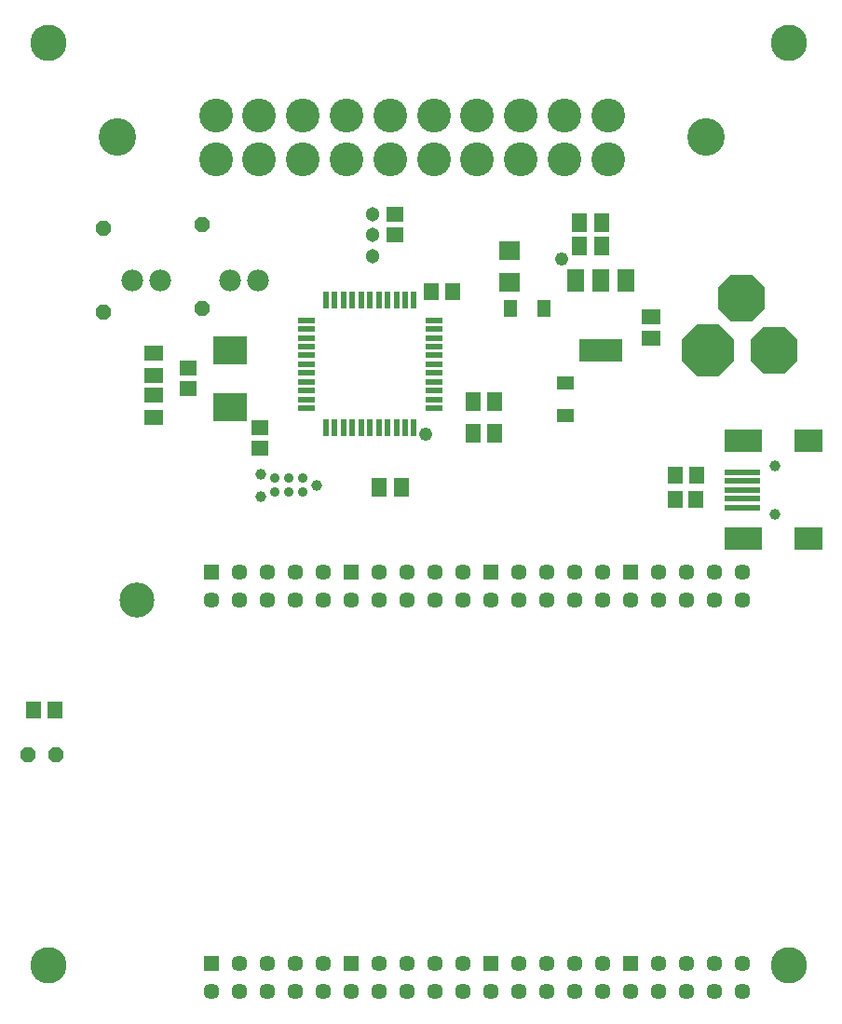
<source format=gbs>
G75*
%MOIN*%
%OFA0B0*%
%FSLAX25Y25*%
%IPPOS*%
%LPD*%
%AMOC8*
5,1,8,0,0,1.08239X$1,22.5*
%
%ADD10C,0.12998*%
%ADD11C,0.03500*%
%ADD12C,0.03900*%
%ADD13R,0.10243X0.08274*%
%ADD14R,0.13392X0.08274*%
%ADD15R,0.12605X0.02369*%
%ADD16C,0.03943*%
%ADD17R,0.05518X0.06306*%
%ADD18R,0.05518X0.06699*%
%ADD19R,0.02369X0.06306*%
%ADD20R,0.06306X0.02369*%
%ADD21R,0.06699X0.05518*%
%ADD22R,0.12211X0.10243*%
%ADD23R,0.06306X0.05518*%
%ADD24R,0.06300X0.08300*%
%ADD25R,0.15400X0.08300*%
%ADD26OC8,0.05200*%
%ADD27C,0.05124*%
%ADD28C,0.12100*%
%ADD29C,0.13400*%
%ADD30C,0.07800*%
%ADD31R,0.05715X0.05715*%
%ADD32C,0.05715*%
%ADD33C,0.12526*%
%ADD34OC8,0.18573*%
%ADD35OC8,0.16998*%
%ADD36R,0.07498X0.06699*%
%ADD37R,0.05912X0.05124*%
%ADD38R,0.05124X0.05912*%
%ADD39C,0.04829*%
D10*
X0069300Y0025384D03*
X0334300Y0025384D03*
X0334300Y0355384D03*
X0069300Y0355384D03*
D11*
X0150200Y0199584D03*
X0150200Y0194584D03*
X0155200Y0194584D03*
X0160200Y0194584D03*
X0160200Y0199584D03*
X0155200Y0199584D03*
D12*
X0145200Y0201084D03*
X0145200Y0193084D03*
X0165200Y0197084D03*
D13*
X0341111Y0212904D03*
X0341111Y0177865D03*
D14*
X0317883Y0177865D03*
X0317883Y0212904D03*
D15*
X0317489Y0201684D03*
X0317489Y0198534D03*
X0317489Y0195384D03*
X0317489Y0192235D03*
X0317489Y0189085D03*
D16*
X0329300Y0186723D03*
X0329300Y0204046D03*
D17*
X0301140Y0200584D03*
X0293660Y0200584D03*
X0293460Y0192034D03*
X0300940Y0192034D03*
X0213840Y0266384D03*
X0206360Y0266384D03*
X0071490Y0116534D03*
X0064010Y0116534D03*
D18*
X0187563Y0196434D03*
X0195437Y0196434D03*
X0221113Y0215784D03*
X0228987Y0215784D03*
X0228987Y0226934D03*
X0221113Y0226934D03*
X0259213Y0282584D03*
X0267087Y0282584D03*
X0267087Y0290934D03*
X0259213Y0290934D03*
D19*
X0200048Y0263219D03*
X0196898Y0263219D03*
X0193749Y0263219D03*
X0190599Y0263219D03*
X0187450Y0263219D03*
X0184300Y0263219D03*
X0181150Y0263219D03*
X0178001Y0263219D03*
X0174851Y0263219D03*
X0171702Y0263219D03*
X0168552Y0263219D03*
X0168552Y0217550D03*
X0171702Y0217550D03*
X0174851Y0217550D03*
X0178001Y0217550D03*
X0181150Y0217550D03*
X0184300Y0217550D03*
X0187450Y0217550D03*
X0190599Y0217550D03*
X0193749Y0217550D03*
X0196898Y0217550D03*
X0200048Y0217550D03*
D20*
X0207135Y0224636D03*
X0207135Y0227786D03*
X0207135Y0230936D03*
X0207135Y0234085D03*
X0207135Y0237235D03*
X0207135Y0240384D03*
X0207135Y0243534D03*
X0207135Y0246684D03*
X0207135Y0249833D03*
X0207135Y0252983D03*
X0207135Y0256132D03*
X0161465Y0256132D03*
X0161465Y0252983D03*
X0161465Y0249833D03*
X0161465Y0246684D03*
X0161465Y0243534D03*
X0161465Y0240384D03*
X0161465Y0237235D03*
X0161465Y0234085D03*
X0161465Y0230936D03*
X0161465Y0227786D03*
X0161465Y0224636D03*
D21*
X0106800Y0221447D03*
X0106800Y0229321D03*
X0106800Y0236447D03*
X0106800Y0244321D03*
X0284900Y0249597D03*
X0284900Y0257471D03*
D22*
X0134300Y0245483D03*
X0134300Y0224892D03*
D23*
X0144900Y0217775D03*
X0144900Y0210294D03*
X0119300Y0231644D03*
X0119300Y0239125D03*
X0193300Y0286594D03*
X0193300Y0294075D03*
D24*
X0257900Y0270284D03*
X0266900Y0270284D03*
X0275900Y0270284D03*
D25*
X0266800Y0245484D03*
D26*
X0124300Y0260384D03*
X0124300Y0290384D03*
X0088850Y0288934D03*
X0088850Y0258934D03*
X0071900Y0100784D03*
X0061900Y0100784D03*
D27*
X0185100Y0279184D03*
X0185100Y0286684D03*
X0185100Y0294184D03*
D28*
X0191500Y0313734D03*
X0175900Y0313734D03*
X0175900Y0329334D03*
X0191500Y0329334D03*
X0207100Y0329334D03*
X0207100Y0313734D03*
X0222700Y0313734D03*
X0222700Y0329334D03*
X0238300Y0329334D03*
X0238300Y0313734D03*
X0253900Y0313734D03*
X0269500Y0313734D03*
X0269500Y0329334D03*
X0253900Y0329334D03*
X0160300Y0329334D03*
X0160300Y0313734D03*
X0144700Y0313734D03*
X0129100Y0313734D03*
X0129100Y0329334D03*
X0144700Y0329334D03*
D29*
X0094000Y0321534D03*
X0304600Y0321534D03*
D30*
X0144300Y0270384D03*
X0134300Y0270384D03*
X0109300Y0270384D03*
X0099300Y0270384D03*
D31*
X0127550Y0165934D03*
X0177550Y0165934D03*
X0227550Y0165934D03*
X0277550Y0165934D03*
X0277550Y0025934D03*
X0227550Y0025934D03*
X0177550Y0025934D03*
X0127550Y0025934D03*
D32*
X0127550Y0015934D03*
X0137550Y0015934D03*
X0137550Y0025934D03*
X0147550Y0025934D03*
X0147550Y0015934D03*
X0157550Y0015934D03*
X0167550Y0015934D03*
X0167550Y0025934D03*
X0157550Y0025934D03*
X0177550Y0015934D03*
X0187550Y0015934D03*
X0187550Y0025934D03*
X0197550Y0025934D03*
X0197550Y0015934D03*
X0207550Y0015934D03*
X0207550Y0025934D03*
X0217550Y0025934D03*
X0217550Y0015934D03*
X0227550Y0015934D03*
X0237550Y0015934D03*
X0247550Y0015934D03*
X0247550Y0025934D03*
X0237550Y0025934D03*
X0257550Y0025934D03*
X0257550Y0015934D03*
X0267550Y0015934D03*
X0277550Y0015934D03*
X0267550Y0025934D03*
X0287550Y0025934D03*
X0287550Y0015934D03*
X0297550Y0015934D03*
X0297550Y0025934D03*
X0307550Y0025934D03*
X0307550Y0015934D03*
X0317550Y0015934D03*
X0317550Y0025934D03*
X0317550Y0155934D03*
X0307550Y0155934D03*
X0297550Y0155934D03*
X0287550Y0155934D03*
X0277550Y0155934D03*
X0267550Y0155934D03*
X0257550Y0155934D03*
X0247550Y0155934D03*
X0237550Y0155934D03*
X0227550Y0155934D03*
X0217550Y0155934D03*
X0207550Y0155934D03*
X0197550Y0155934D03*
X0187550Y0155934D03*
X0177550Y0155934D03*
X0167550Y0155934D03*
X0157550Y0155934D03*
X0147550Y0155934D03*
X0137550Y0155934D03*
X0127550Y0155934D03*
X0137550Y0165934D03*
X0147550Y0165934D03*
X0157550Y0165934D03*
X0167550Y0165934D03*
X0187550Y0165934D03*
X0197550Y0165934D03*
X0207550Y0165934D03*
X0217550Y0165934D03*
X0237550Y0165934D03*
X0247550Y0165934D03*
X0257550Y0165934D03*
X0267550Y0165934D03*
X0287550Y0165934D03*
X0297550Y0165934D03*
X0307550Y0165934D03*
X0317550Y0165934D03*
D33*
X0100857Y0155856D03*
D34*
X0305363Y0245384D03*
D35*
X0317174Y0263888D03*
X0328985Y0245384D03*
D36*
X0234300Y0269786D03*
X0234300Y0280983D03*
D37*
X0254300Y0233790D03*
X0254300Y0221979D03*
D38*
X0246456Y0260384D03*
X0234644Y0260384D03*
D39*
X0253050Y0277884D03*
X0204300Y0215384D03*
M02*

</source>
